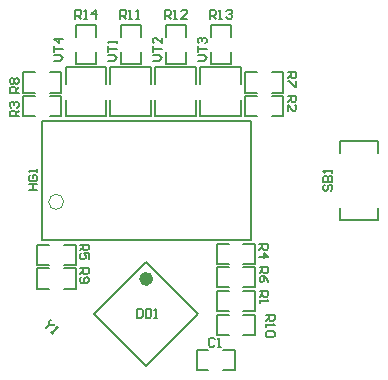
<source format=gto>
G04 Layer_Color=65535*
%FSAX44Y44*%
%MOMM*%
G71*
G01*
G75*
%ADD25C,0.1250*%
%ADD26C,0.6000*%
%ADD27C,0.2000*%
%ADD28C,0.1270*%
D25*
X00538150Y00918900D02*
G03*
X00538150Y00918900I-00006350J00000000D01*
G01*
D26*
X00611000Y00853699D02*
G03*
X00611000Y00853699I-00003000J00000000D01*
G01*
D27*
X00539750Y01032750D02*
X00574250D01*
X00539750Y00991251D02*
X00574250D01*
Y01005501D01*
X00539750Y00991251D02*
Y01005501D01*
Y01018500D02*
Y01032750D01*
X00574250Y01018500D02*
Y01032750D01*
X00653750D02*
X00688250D01*
X00653750Y00991251D02*
X00688250D01*
Y01005501D01*
X00653750Y00991251D02*
Y01005501D01*
Y01018500D02*
Y01032750D01*
X00688250Y01018500D02*
Y01032750D01*
X00615750D02*
X00650250D01*
X00615750Y00991251D02*
X00650250D01*
Y01005501D01*
X00615750Y00991251D02*
Y01005501D01*
Y01018500D02*
Y01032750D01*
X00650250Y01018500D02*
Y01032750D01*
X00577750D02*
X00612250D01*
X00577750Y00991251D02*
X00612250D01*
Y01005501D01*
X00577750Y00991251D02*
Y01005501D01*
Y01018500D02*
Y01032750D01*
X00612250Y01018500D02*
Y01032750D01*
X00565500Y01058250D02*
Y01068250D01*
X00548500Y01058250D02*
Y01068250D01*
X00565500Y01035751D02*
Y01045751D01*
X00548500Y01035751D02*
Y01045751D01*
Y01068250D02*
X00565500D01*
X00548500Y01035751D02*
X00565500D01*
X00679500Y01058250D02*
Y01068250D01*
X00662500Y01058250D02*
Y01068250D01*
X00679500Y01035751D02*
Y01045751D01*
X00662500Y01035751D02*
Y01045751D01*
Y01068250D02*
X00679500D01*
X00662500Y01035751D02*
X00679500D01*
X00641500Y01058250D02*
Y01068250D01*
X00624500Y01058250D02*
Y01068250D01*
X00641500Y01035751D02*
Y01045751D01*
X00624500Y01035751D02*
Y01045751D01*
Y01068250D02*
X00641500D01*
X00624500Y01035751D02*
X00641500D01*
X00603500Y01058250D02*
Y01068250D01*
X00586500Y01058250D02*
Y01068250D01*
X00603500Y01035751D02*
Y01045751D01*
X00586500Y01035751D02*
Y01045751D01*
Y01068250D02*
X00603500D01*
X00586500Y01035751D02*
X00603500D01*
X00667750Y00823501D02*
X00677750D01*
X00667750Y00806501D02*
X00677750D01*
X00690250Y00823501D02*
X00700250D01*
X00690250Y00806501D02*
X00700250D01*
X00667750D02*
Y00823501D01*
X00700250Y00806501D02*
Y00823501D01*
X00538250Y00845500D02*
X00548250D01*
X00538250Y00862501D02*
X00548250D01*
X00515750Y00845500D02*
X00525750D01*
X00515750Y00862501D02*
X00525750D01*
X00548250Y00845500D02*
Y00862501D01*
X00515750Y00845500D02*
Y00862501D01*
X00503750Y01028500D02*
X00513750D01*
X00503750Y01011501D02*
X00513750D01*
X00526250Y01028500D02*
X00536250D01*
X00526250Y01011501D02*
X00536250D01*
X00503750D02*
Y01028500D01*
X00536250Y01011501D02*
Y01028500D01*
X00714250Y01011501D02*
X00724250D01*
X00714250Y01028500D02*
X00724250D01*
X00691750Y01011501D02*
X00701750D01*
X00691750Y01028500D02*
X00701750D01*
X00724250Y01011501D02*
Y01028500D01*
X00691750Y01011501D02*
Y01028500D01*
X00667750Y00863500D02*
X00677750D01*
X00667750Y00846501D02*
X00677750D01*
X00690250Y00863500D02*
X00700250D01*
X00690250Y00846501D02*
X00700250D01*
X00667750D02*
Y00863500D01*
X00700250Y00846501D02*
Y00863500D01*
X00538250Y00865500D02*
X00548250D01*
X00538250Y00882501D02*
X00548250D01*
X00515750Y00865500D02*
X00525750D01*
X00515750Y00882501D02*
X00525750D01*
X00548250Y00865500D02*
Y00882501D01*
X00515750Y00865500D02*
Y00882501D01*
X00667750Y00883500D02*
X00677750D01*
X00667750Y00866501D02*
X00677750D01*
X00690250Y00883500D02*
X00700250D01*
X00690250Y00866501D02*
X00700250D01*
X00667750D02*
Y00883500D01*
X00700250Y00866501D02*
Y00883500D01*
X00503750Y01008500D02*
X00513750D01*
X00503750Y00991501D02*
X00513750D01*
X00526250Y01008500D02*
X00536250D01*
X00526250Y00991501D02*
X00536250D01*
X00503750D02*
Y01008500D01*
X00536250Y00991501D02*
Y01008500D01*
X00714250Y00991501D02*
X00724250D01*
X00714250Y01008500D02*
X00724250D01*
X00691750Y00991501D02*
X00701750D01*
X00691750Y01008500D02*
X00701750D01*
X00724250Y00991501D02*
Y01008500D01*
X00691750Y00991501D02*
Y01008500D01*
X00667750Y00843501D02*
X00677750D01*
X00667750Y00826500D02*
X00677750D01*
X00690250Y00843501D02*
X00700250D01*
X00690250Y00826500D02*
X00700250D01*
X00667750D02*
Y00843501D01*
X00700250Y00826500D02*
Y00843501D01*
X00519500Y00886501D02*
Y00987501D01*
X00696500D01*
X00519500Y00886501D02*
X00696500D01*
Y00987501D01*
X00564159Y00824000D02*
X00608000Y00867841D01*
Y00780160D02*
X00651841Y00824000D01*
X00608000Y00867841D02*
X00651841Y00824000D01*
X00564159D02*
X00608000Y00780160D01*
X00650750Y00793251D02*
X00660750D01*
X00650750Y00776751D02*
X00660750D01*
X00673250Y00793251D02*
X00683250D01*
X00673250Y00776751D02*
X00683250D01*
X00650750D02*
Y00793251D01*
X00683250Y00776751D02*
Y00793251D01*
X00772000Y00903750D02*
X00804500D01*
Y00913750D01*
X00772000Y00903750D02*
Y00913750D01*
X00804500Y00960250D02*
Y00970250D01*
X00772000Y00960250D02*
Y00970250D01*
X00804500D01*
D28*
X00759252Y00933499D02*
X00758002Y00932249D01*
Y00929750D01*
X00759252Y00928500D01*
X00760501D01*
X00761751Y00929750D01*
Y00932249D01*
X00763001Y00933499D01*
X00764250D01*
X00765500Y00932249D01*
Y00929750D01*
X00764250Y00928500D01*
X00758002Y00935998D02*
X00765500D01*
Y00939746D01*
X00764250Y00940996D01*
X00763001D01*
X00761751Y00939746D01*
Y00935998D01*
Y00939746D01*
X00760501Y00940996D01*
X00759252D01*
X00758002Y00939746D01*
Y00935998D01*
X00765500Y00943495D02*
Y00945995D01*
Y00944745D01*
X00758002D01*
X00759252Y00943495D01*
X00665998Y00802498D02*
X00664749Y00803748D01*
X00662250D01*
X00661000Y00802498D01*
Y00797500D01*
X00662250Y00796250D01*
X00664749D01*
X00665998Y00797500D01*
X00668498Y00796250D02*
X00670997D01*
X00669747D01*
Y00803748D01*
X00668498Y00802498D01*
X00600000Y00828498D02*
Y00821000D01*
X00603749D01*
X00604998Y00822250D01*
Y00827248D01*
X00603749Y00828498D01*
X00600000D01*
X00607498D02*
Y00821000D01*
X00611246D01*
X00612496Y00822250D01*
Y00827248D01*
X00611246Y00828498D01*
X00607498D01*
X00614995Y00821000D02*
X00617494D01*
X00616245D01*
Y00828498D01*
X00614995Y00827248D01*
X00508502Y00929000D02*
X00516000D01*
X00512251D01*
Y00933998D01*
X00508502D01*
X00516000D01*
X00509752Y00941496D02*
X00508502Y00940246D01*
Y00937747D01*
X00509752Y00936498D01*
X00514750D01*
X00516000Y00937747D01*
Y00940246D01*
X00514750Y00941496D01*
X00512251D01*
Y00938997D01*
X00516000Y00943995D02*
Y00946494D01*
Y00945245D01*
X00508502D01*
X00509752Y00943995D01*
X00704000Y00843500D02*
X00711498D01*
Y00839751D01*
X00710248Y00838502D01*
X00707749D01*
X00706499Y00839751D01*
Y00843500D01*
Y00841001D02*
X00704000Y00838502D01*
Y00836002D02*
Y00833503D01*
Y00834753D01*
X00711498D01*
X00710248Y00836002D01*
X00727750Y01008500D02*
X00735248D01*
Y01004751D01*
X00733998Y01003502D01*
X00731499D01*
X00730249Y01004751D01*
Y01008500D01*
Y01006001D02*
X00727750Y01003502D01*
Y00996004D02*
Y01001002D01*
X00732748Y00996004D01*
X00733998D01*
X00735248Y00997254D01*
Y00999753D01*
X00733998Y01001002D01*
X00500250Y00991250D02*
X00492752D01*
Y00994999D01*
X00494002Y00996248D01*
X00496501D01*
X00497751Y00994999D01*
Y00991250D01*
Y00993749D02*
X00500250Y00996248D01*
X00494002Y00998748D02*
X00492752Y00999997D01*
Y01002496D01*
X00494002Y01003746D01*
X00495252D01*
X00496501Y01002496D01*
Y01001247D01*
Y01002496D01*
X00497751Y01003746D01*
X00499000D01*
X00500250Y01002496D01*
Y00999997D01*
X00499000Y00998748D01*
X00703750Y00883500D02*
X00711248D01*
Y00879751D01*
X00709998Y00878502D01*
X00707499D01*
X00706249Y00879751D01*
Y00883500D01*
Y00881001D02*
X00703750Y00878502D01*
Y00872254D02*
X00711248D01*
X00707499Y00876002D01*
Y00871004D01*
X00551750Y00882750D02*
X00559248D01*
Y00879001D01*
X00557998Y00877752D01*
X00555499D01*
X00554249Y00879001D01*
Y00882750D01*
Y00880251D02*
X00551750Y00877752D01*
X00559248Y00870254D02*
Y00875252D01*
X00555499D01*
X00556748Y00872753D01*
Y00871504D01*
X00555499Y00870254D01*
X00553000D01*
X00551750Y00871504D01*
Y00874003D01*
X00553000Y00875252D01*
X00704000Y00863500D02*
X00711498D01*
Y00859751D01*
X00710248Y00858502D01*
X00707749D01*
X00706499Y00859751D01*
Y00863500D01*
Y00861001D02*
X00704000Y00858502D01*
X00711498Y00851004D02*
X00710248Y00853503D01*
X00707749Y00856002D01*
X00705250D01*
X00704000Y00854753D01*
Y00852254D01*
X00705250Y00851004D01*
X00706499D01*
X00707749Y00852254D01*
Y00856002D01*
X00727750Y01028500D02*
X00735248D01*
Y01024751D01*
X00733998Y01023502D01*
X00731499D01*
X00730249Y01024751D01*
Y01028500D01*
Y01026001D02*
X00727750Y01023502D01*
X00735248Y01021002D02*
Y01016004D01*
X00733998D01*
X00729000Y01021002D01*
X00727750D01*
X00500250Y01011250D02*
X00492752D01*
Y01014999D01*
X00494002Y01016248D01*
X00496501D01*
X00497751Y01014999D01*
Y01011250D01*
Y01013749D02*
X00500250Y01016248D01*
X00494002Y01018748D02*
X00492752Y01019997D01*
Y01022496D01*
X00494002Y01023746D01*
X00495252D01*
X00496501Y01022496D01*
X00497751Y01023746D01*
X00499000D01*
X00500250Y01022496D01*
Y01019997D01*
X00499000Y01018748D01*
X00497751D01*
X00496501Y01019997D01*
X00495252Y01018748D01*
X00494002D01*
X00496501Y01019997D02*
Y01022496D01*
X00551750Y00862750D02*
X00559248D01*
Y00859001D01*
X00557998Y00857752D01*
X00555499D01*
X00554249Y00859001D01*
Y00862750D01*
Y00860251D02*
X00551750Y00857752D01*
X00553000Y00855252D02*
X00551750Y00854003D01*
Y00851504D01*
X00553000Y00850254D01*
X00557998D01*
X00559248Y00851504D01*
Y00854003D01*
X00557998Y00855252D01*
X00556748D01*
X00555499Y00854003D01*
Y00850254D01*
X00709250Y00823250D02*
X00716748D01*
Y00819501D01*
X00715498Y00818252D01*
X00712999D01*
X00711749Y00819501D01*
Y00823250D01*
Y00820751D02*
X00709250Y00818252D01*
Y00815752D02*
Y00813253D01*
Y00814503D01*
X00716748D01*
X00715498Y00815752D01*
Y00809504D02*
X00716748Y00808255D01*
Y00805756D01*
X00715498Y00804506D01*
X00710500D01*
X00709250Y00805756D01*
Y00808255D01*
X00710500Y00809504D01*
X00715498D01*
X00586000Y01074000D02*
Y01081498D01*
X00589749D01*
X00590998Y01080248D01*
Y01077749D01*
X00589749Y01076499D01*
X00586000D01*
X00588499D02*
X00590998Y01074000D01*
X00593498D02*
X00595997D01*
X00594747D01*
Y01081498D01*
X00593498Y01080248D01*
X00599746Y01074000D02*
X00602245D01*
X00600995D01*
Y01081498D01*
X00599746Y01080248D01*
X00624000Y01074000D02*
Y01081498D01*
X00627749D01*
X00628998Y01080248D01*
Y01077749D01*
X00627749Y01076499D01*
X00624000D01*
X00626499D02*
X00628998Y01074000D01*
X00631498D02*
X00633997D01*
X00632747D01*
Y01081498D01*
X00631498Y01080248D01*
X00642744Y01074000D02*
X00637746D01*
X00642744Y01078999D01*
Y01080248D01*
X00641494Y01081498D01*
X00638995D01*
X00637746Y01080248D01*
X00662000Y01074000D02*
Y01081498D01*
X00665749D01*
X00666998Y01080248D01*
Y01077749D01*
X00665749Y01076499D01*
X00662000D01*
X00664499D02*
X00666998Y01074000D01*
X00669498D02*
X00671997D01*
X00670747D01*
Y01081498D01*
X00669498Y01080248D01*
X00675746D02*
X00676995Y01081498D01*
X00679494D01*
X00680744Y01080248D01*
Y01078999D01*
X00679494Y01077749D01*
X00678245D01*
X00679494D01*
X00680744Y01076499D01*
Y01075250D01*
X00679494Y01074000D01*
X00676995D01*
X00675746Y01075250D01*
X00548000Y01074000D02*
Y01081498D01*
X00551749D01*
X00552998Y01080248D01*
Y01077749D01*
X00551749Y01076499D01*
X00548000D01*
X00550499D02*
X00552998Y01074000D01*
X00555498D02*
X00557997D01*
X00556747D01*
Y01081498D01*
X00555498Y01080248D01*
X00565494Y01074000D02*
Y01081498D01*
X00561746Y01077749D01*
X00566744D01*
X00575502Y01038000D02*
X00580501D01*
X00583000Y01040499D01*
X00580501Y01042998D01*
X00575502D01*
Y01045498D02*
Y01050496D01*
Y01047997D01*
X00583000D01*
Y01052995D02*
Y01055494D01*
Y01054245D01*
X00575502D01*
X00576752Y01052995D01*
X00613752Y01038000D02*
X00618751D01*
X00621250Y01040499D01*
X00618751Y01042998D01*
X00613752D01*
Y01045498D02*
Y01050496D01*
Y01047997D01*
X00621250D01*
Y01057994D02*
Y01052995D01*
X00616252Y01057994D01*
X00615002D01*
X00613752Y01056744D01*
Y01054245D01*
X00615002Y01052995D01*
X00651752Y01038000D02*
X00656751D01*
X00659250Y01040499D01*
X00656751Y01042998D01*
X00651752D01*
Y01045498D02*
Y01050496D01*
Y01047997D01*
X00659250D01*
X00653002Y01052995D02*
X00651752Y01054245D01*
Y01056744D01*
X00653002Y01057994D01*
X00654252D01*
X00655501Y01056744D01*
Y01055494D01*
Y01056744D01*
X00656751Y01057994D01*
X00658000D01*
X00659250Y01056744D01*
Y01054245D01*
X00658000Y01052995D01*
X00530252Y01038000D02*
X00535251D01*
X00537750Y01040499D01*
X00535251Y01042998D01*
X00530252D01*
Y01045498D02*
Y01050496D01*
Y01047997D01*
X00537750D01*
Y01056744D02*
X00530252D01*
X00534001Y01052995D01*
Y01057994D01*
X00527052Y00819302D02*
X00526168Y00818418D01*
Y00814884D01*
X00529702Y00814884D01*
X00530586Y00815767D01*
X00526168Y00814884D02*
X00523517Y00812233D01*
X00527052Y00808698D02*
X00528819Y00806931D01*
X00527935Y00807815D01*
X00533237Y00813116D01*
X00531470D01*
M02*

</source>
